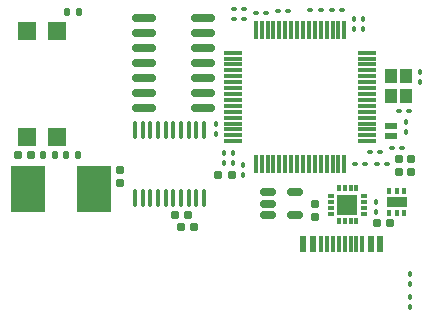
<source format=gtp>
G04 #@! TF.GenerationSoftware,KiCad,Pcbnew,7.0.2-0*
G04 #@! TF.CreationDate,2023-04-23T22:33:30-05:00*
G04 #@! TF.ProjectId,spud_glo_mini,73707564-5f67-46c6-9f5f-6d696e692e6b,rev?*
G04 #@! TF.SameCoordinates,Original*
G04 #@! TF.FileFunction,Paste,Top*
G04 #@! TF.FilePolarity,Positive*
%FSLAX46Y46*%
G04 Gerber Fmt 4.6, Leading zero omitted, Abs format (unit mm)*
G04 Created by KiCad (PCBNEW 7.0.2-0) date 2023-04-23 22:33:30*
%MOMM*%
%LPD*%
G01*
G04 APERTURE LIST*
G04 Aperture macros list*
%AMRoundRect*
0 Rectangle with rounded corners*
0 $1 Rounding radius*
0 $2 $3 $4 $5 $6 $7 $8 $9 X,Y pos of 4 corners*
0 Add a 4 corners polygon primitive as box body*
4,1,4,$2,$3,$4,$5,$6,$7,$8,$9,$2,$3,0*
0 Add four circle primitives for the rounded corners*
1,1,$1+$1,$2,$3*
1,1,$1+$1,$4,$5*
1,1,$1+$1,$6,$7*
1,1,$1+$1,$8,$9*
0 Add four rect primitives between the rounded corners*
20,1,$1+$1,$2,$3,$4,$5,0*
20,1,$1+$1,$4,$5,$6,$7,0*
20,1,$1+$1,$6,$7,$8,$9,0*
20,1,$1+$1,$8,$9,$2,$3,0*%
G04 Aperture macros list end*
%ADD10RoundRect,0.100000X-0.100000X0.637500X-0.100000X-0.637500X0.100000X-0.637500X0.100000X0.637500X0*%
%ADD11R,1.500000X1.500000*%
%ADD12RoundRect,0.150000X0.825000X0.150000X-0.825000X0.150000X-0.825000X-0.150000X0.825000X-0.150000X0*%
%ADD13RoundRect,0.090000X0.090000X-0.139000X0.090000X0.139000X-0.090000X0.139000X-0.090000X-0.139000X0*%
%ADD14RoundRect,0.090000X-0.090000X0.139000X-0.090000X-0.139000X0.090000X-0.139000X0.090000X0.139000X0*%
%ADD15RoundRect,0.155000X0.155000X-0.212500X0.155000X0.212500X-0.155000X0.212500X-0.155000X-0.212500X0*%
%ADD16RoundRect,0.155000X-0.155000X0.212500X-0.155000X-0.212500X0.155000X-0.212500X0.155000X0.212500X0*%
%ADD17R,3.000000X4.000000*%
%ADD18RoundRect,0.155000X0.212500X0.155000X-0.212500X0.155000X-0.212500X-0.155000X0.212500X-0.155000X0*%
%ADD19RoundRect,0.090000X-0.139000X-0.090000X0.139000X-0.090000X0.139000X0.090000X-0.139000X0.090000X0*%
%ADD20RoundRect,0.155000X-0.212500X-0.155000X0.212500X-0.155000X0.212500X0.155000X-0.212500X0.155000X0*%
%ADD21RoundRect,0.075000X0.700000X0.075000X-0.700000X0.075000X-0.700000X-0.075000X0.700000X-0.075000X0*%
%ADD22RoundRect,0.075000X0.075000X0.700000X-0.075000X0.700000X-0.075000X-0.700000X0.075000X-0.700000X0*%
%ADD23R,1.000000X1.200000*%
%ADD24R,0.400000X0.470000*%
%ADD25R,1.700000X0.950000*%
%ADD26R,0.600000X1.450000*%
%ADD27R,0.300000X1.450000*%
%ADD28RoundRect,0.090000X0.139000X0.090000X-0.139000X0.090000X-0.139000X-0.090000X0.139000X-0.090000X0*%
%ADD29RoundRect,0.135000X0.135000X0.185000X-0.135000X0.185000X-0.135000X-0.185000X0.135000X-0.185000X0*%
%ADD30R,1.140000X0.575000*%
%ADD31RoundRect,0.135000X-0.135000X-0.185000X0.135000X-0.185000X0.135000X0.185000X-0.135000X0.185000X0*%
%ADD32RoundRect,0.150000X-0.512500X-0.150000X0.512500X-0.150000X0.512500X0.150000X-0.512500X0.150000X0*%
%ADD33R,0.625000X0.300000*%
%ADD34R,0.300000X0.625000*%
%ADD35R,1.700000X1.700000*%
G04 APERTURE END LIST*
D10*
X159785000Y-111117500D03*
X159135000Y-111117500D03*
X158485000Y-111117500D03*
X157835000Y-111117500D03*
X157185000Y-111117500D03*
X156535000Y-111117500D03*
X155885000Y-111117500D03*
X155235000Y-111117500D03*
X154585000Y-111117500D03*
X153935000Y-111117500D03*
X153935000Y-116842500D03*
X154585000Y-116842500D03*
X155235000Y-116842500D03*
X155885000Y-116842500D03*
X156535000Y-116842500D03*
X157185000Y-116842500D03*
X157835000Y-116842500D03*
X158485000Y-116842500D03*
X159135000Y-116842500D03*
X159785000Y-116842500D03*
D11*
X147310000Y-102710000D03*
X144770000Y-102710000D03*
X144770000Y-111710000D03*
X147310000Y-111710000D03*
D12*
X159675000Y-109270000D03*
X159675000Y-108000000D03*
X159675000Y-106730000D03*
X159675000Y-105460000D03*
X159675000Y-104190000D03*
X159675000Y-102920000D03*
X159675000Y-101650000D03*
X154725000Y-101650000D03*
X154725000Y-102920000D03*
X154725000Y-104190000D03*
X154725000Y-105460000D03*
X154725000Y-106730000D03*
X154725000Y-108000000D03*
X154725000Y-109270000D03*
D13*
X172490000Y-101670000D03*
X172490000Y-102535000D03*
D14*
X177190400Y-123292000D03*
X177190400Y-124157000D03*
D15*
X176290000Y-114655000D03*
X176290000Y-113520000D03*
D16*
X152690000Y-114492500D03*
X152690000Y-115627500D03*
D15*
X169220000Y-118467500D03*
X169220000Y-117332500D03*
D17*
X150490000Y-116070000D03*
X144890000Y-116070000D03*
D13*
X173240000Y-102545000D03*
X173240000Y-101680000D03*
D18*
X145135000Y-113240000D03*
X144000000Y-113240000D03*
D14*
X176880000Y-110387500D03*
X176880000Y-111252500D03*
D19*
X175677500Y-112580000D03*
X176542500Y-112580000D03*
X166025000Y-101020000D03*
X166890000Y-101020000D03*
D20*
X174440000Y-118990000D03*
X175575000Y-118990000D03*
D21*
X173595000Y-112050000D03*
X173595000Y-111550000D03*
X173595000Y-111050000D03*
X173595000Y-110550000D03*
X173595000Y-110050000D03*
X173595000Y-109550000D03*
X173595000Y-109050000D03*
X173595000Y-108550000D03*
X173595000Y-108050000D03*
X173595000Y-107550000D03*
X173595000Y-107050000D03*
X173595000Y-106550000D03*
X173595000Y-106050000D03*
X173595000Y-105550000D03*
X173595000Y-105050000D03*
X173595000Y-104550000D03*
D22*
X171670000Y-102625000D03*
X171170000Y-102625000D03*
X170670000Y-102625000D03*
X170170000Y-102625000D03*
X169670000Y-102625000D03*
X169170000Y-102625000D03*
X168670000Y-102625000D03*
X168170000Y-102625000D03*
X167670000Y-102625000D03*
X167170000Y-102625000D03*
X166670000Y-102625000D03*
X166170000Y-102625000D03*
X165670000Y-102625000D03*
X165170000Y-102625000D03*
X164670000Y-102625000D03*
X164170000Y-102625000D03*
D21*
X162245000Y-104550000D03*
X162245000Y-105050000D03*
X162245000Y-105550000D03*
X162245000Y-106050000D03*
X162245000Y-106550000D03*
X162245000Y-107050000D03*
X162245000Y-107550000D03*
X162245000Y-108050000D03*
X162245000Y-108550000D03*
X162245000Y-109050000D03*
X162245000Y-109550000D03*
X162245000Y-110050000D03*
X162245000Y-110550000D03*
X162245000Y-111050000D03*
X162245000Y-111550000D03*
X162245000Y-112050000D03*
D22*
X164170000Y-113975000D03*
X164670000Y-113975000D03*
X165170000Y-113975000D03*
X165670000Y-113975000D03*
X166170000Y-113975000D03*
X166670000Y-113975000D03*
X167170000Y-113975000D03*
X167670000Y-113975000D03*
X168170000Y-113975000D03*
X168670000Y-113975000D03*
X169170000Y-113975000D03*
X169670000Y-113975000D03*
X170170000Y-113975000D03*
X170670000Y-113975000D03*
X171170000Y-113975000D03*
X171670000Y-113975000D03*
D19*
X168790000Y-100910000D03*
X169655000Y-100910000D03*
D23*
X175610000Y-106522500D03*
X175610000Y-108222500D03*
X176910000Y-108222500D03*
X176910000Y-106522500D03*
D24*
X175450000Y-118095000D03*
X176100000Y-118095000D03*
X176750000Y-118095000D03*
X176750000Y-116265000D03*
X176100000Y-116265000D03*
X175450000Y-116265000D03*
D25*
X176100000Y-117180000D03*
D14*
X162240000Y-113030000D03*
X162240000Y-113895000D03*
D26*
X168200000Y-120730000D03*
X169000000Y-120730000D03*
D27*
X170200000Y-120730000D03*
X171200000Y-120730000D03*
X171700000Y-120730000D03*
X172700000Y-120730000D03*
D26*
X173900000Y-120730000D03*
X174700000Y-120730000D03*
X174700000Y-120730000D03*
X173900000Y-120730000D03*
D27*
X173200000Y-120730000D03*
X172200000Y-120730000D03*
X170700000Y-120730000D03*
X169700000Y-120730000D03*
D26*
X169000000Y-120730000D03*
X168200000Y-120730000D03*
D28*
X171485000Y-100900000D03*
X170620000Y-100900000D03*
D29*
X149190000Y-101110000D03*
X148170000Y-101110000D03*
D19*
X162347500Y-100890000D03*
X163212500Y-100890000D03*
D14*
X178090000Y-106160000D03*
X178090000Y-107025000D03*
D19*
X176310000Y-109510000D03*
X177175000Y-109510000D03*
D28*
X163212500Y-101660000D03*
X162347500Y-101660000D03*
D13*
X177190400Y-126061600D03*
X177190400Y-125196600D03*
D19*
X164207500Y-101150000D03*
X165072500Y-101150000D03*
X172595000Y-114000000D03*
X173460000Y-114000000D03*
D18*
X158985000Y-119350000D03*
X157850000Y-119350000D03*
D14*
X160790000Y-110587500D03*
X160790000Y-111452500D03*
D30*
X175580000Y-111602500D03*
X175580000Y-110777500D03*
D19*
X173816250Y-112980000D03*
X174681250Y-112980000D03*
D14*
X161470000Y-113030000D03*
X161470000Y-113895000D03*
D13*
X174330000Y-118032500D03*
X174330000Y-117167500D03*
D15*
X177280000Y-114665000D03*
X177280000Y-113530000D03*
D31*
X148100000Y-113240000D03*
X149120000Y-113240000D03*
X146130000Y-113250000D03*
X147150000Y-113250000D03*
D19*
X174457500Y-113990000D03*
X175322500Y-113990000D03*
D32*
X165212500Y-116380000D03*
X165212500Y-117330000D03*
X165212500Y-118280000D03*
X167487500Y-118280000D03*
X167487500Y-116380000D03*
D13*
X163110000Y-114932500D03*
X163110000Y-114067500D03*
D18*
X158465000Y-118330000D03*
X157330000Y-118330000D03*
D20*
X161010600Y-114884200D03*
X162145600Y-114884200D03*
D33*
X173302500Y-118210000D03*
X173302500Y-117710000D03*
X173302500Y-117210000D03*
X173302500Y-116710000D03*
D34*
X172695000Y-116042500D03*
X172195000Y-116042500D03*
X171695000Y-116042500D03*
X171195000Y-116042500D03*
D33*
X170527500Y-116710000D03*
X170527500Y-117210000D03*
X170527500Y-117710000D03*
X170527500Y-118210000D03*
D34*
X171195000Y-118817500D03*
X171695000Y-118817500D03*
X172195000Y-118817500D03*
X172695000Y-118817500D03*
D35*
X171920000Y-117435000D03*
M02*

</source>
